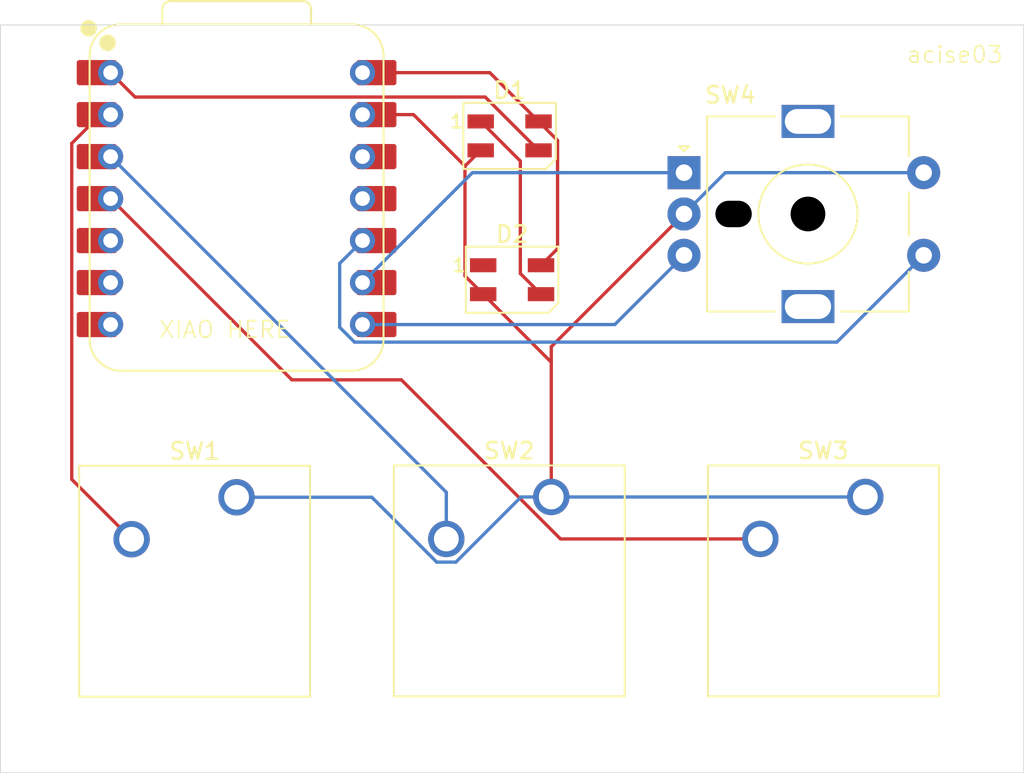
<source format=kicad_pcb>
(kicad_pcb (version 20241229) (generator "pcbnew") (generator_version "9.0")
  (layers (0 "F.Cu" signal) (2 "B.Cu" signal) (13 "F.Paste" user) (15 "B.Paste" user) (5 "F.SilkS" user "F.Silkscreen") (7 "B.SilkS" user "B.Silkscreen") (1 "F.Mask" user) (3 "B.Mask" user) (25 "Edge.Cuts" user))
  (net 0 "")
  (net 1 "+5V")
  (net 2 "Net-(D1-DOUT)")
  (net 3 "Net-(D1-DIN)")
  (net 6 "GND")
  (net 7 "Net-(U1-GPIO1{slash}RX)")
  (net 8 "Net-(U1-GPIO2{slash}SCK)")
  (net 9 "Net-(U1-GPIO4{slash}MISO)")
  (net 10 "Net-(U1-GPIO27{slash}ADC1{slash}A1)")
  (net 11 "Net-(U1-GPIO28{slash}ADC2{slash}A2)")
  (net 12 "Net-(U1-GPIO29{slash}ADC3{slash}A3)")
  (footprint "LED_SMD:LED_SK6812MINI_PLCC4_3.5x3.5mm_P1.75mm" (layer "F.Cu") (at 76.05 49.575)
    (property "Reference" "D1" (at 0 -2.75 0) (layer "F.SilkS"))
    (property "Value" "SK6812MINI")
    (fp_line (start -2.8 -2) (end -2.8 2) (stroke (width 0.12)) (layer "F.SilkS"))
    (fp_line (start -2.8 -2) (end 2.8 -2) (stroke (width 0.12)) (layer "F.SilkS"))
    (fp_line (start -2.8 2) (end 2.2 2) (stroke (width 0.12)) (layer "F.SilkS"))
    (fp_line (start 2.8 1.4) (end 2.2 2) (stroke (width 0.12)) (layer "F.SilkS"))
    (fp_line (start 2.8 1.4) (end 2.8 -2) (stroke (width 0.12)) (layer "F.SilkS"))
    (fp_text user "1" (at -3.2 -0.875 0) (layer "F.SilkS") (effects (font (size 0.8 0.8))))
    (pad "1" smd rect (at -1.75 -0.875) (size 1.6 0.85) (layers "F.Cu" "F.Mask" "F.Paste") (net 2 "Net-(D1-DOUT)"))
    (pad "2" smd rect (at -1.75 0.875) (size 1.6 0.85) (layers "F.Cu" "F.Mask" "F.Paste") (net 6 "GND"))
    (pad "3" smd rect (at 1.75 0.875) (size 1.6 0.85) (layers "F.Cu" "F.Mask" "F.Paste") (net 3 "Net-(D1-DIN)"))
    (pad "4" smd rect (at 1.75 -0.875) (size 1.6 0.85) (layers "F.Cu" "F.Mask" "F.Paste") (net 1 "+5V"))
  )
  (footprint "OPL:XIAO-RP2040-DIP" (layer "F.Cu") (at 59.53125 53.3685)
    (property "Reference" "U1" (hide yes))
    (property "Value" "XIAO-RP2040-DIP")
    (fp_line (start -8.89 8.509) (end -8.89 -8.636) (stroke (width 0.127)) (layer "F.SilkS"))
    (fp_line (start -6.985 10.414) (end 6.985 10.414) (stroke (width 0.127)) (layer "F.SilkS"))
    (fp_line (start -4.495 -10.541) (end -4.491272 -11.451272) (stroke (width 0.127)) (layer "F.SilkS"))
    (fp_line (start -3.991272 -11.951) (end 4.004 -11.951) (stroke (width 0.127)) (layer "F.SilkS"))
    (fp_line (start 4.504 -11.451) (end 4.504 -10.541) (stroke (width 0.127)) (layer "F.SilkS"))
    (fp_line (start 6.985 -10.541) (end -6.985 -10.541) (stroke (width 0.1)) (layer "F.SilkS"))
    (fp_line (start 6.985 -10.541) (end -6.985 -10.541) (stroke (width 0.127)) (layer "F.SilkS"))
    (fp_line (start 8.89 8.509) (end 8.89 -8.636) (stroke (width 0.127)) (layer "F.SilkS"))
    (fp_arc (start -8.89 -8.636) (mid -8.332038 -9.983038) (end -6.985 -10.541) (stroke (width 0.127)) (layer "F.SilkS"))
    (fp_arc (start -6.985 10.414) (mid -8.332038 9.856038) (end -8.89 8.509) (stroke (width 0.127)) (layer "F.SilkS"))
    (fp_arc (start -4.491272 -11.451272) (mid -4.344728 -11.80464) (end -3.991272 -11.951) (stroke (width 0.127)) (layer "F.SilkS"))
    (fp_arc (start 4.004 -11.951) (mid 4.357553 -11.804553) (end 4.504 -11.451) (stroke (width 0.127)) (layer "F.SilkS"))
    (fp_arc (start 6.985 -10.541) (mid 8.332038 -9.983038) (end 8.89 -8.636) (stroke (width 0.127)) (layer "F.SilkS"))
    (fp_arc (start 8.89 8.509) (mid 8.332038 9.856038) (end 6.985 10.414) (stroke (width 0.127)) (layer "F.SilkS"))
    (fp_circle (center -8.95 -10.3) (end -8.95 -10.554) (stroke (width 0.5)) (fill yes) (layer "F.SilkS"))
    (fp_circle (center -7.807 -9.42) (end -7.807 -9.674) (stroke (width 0.5)) (fill yes) (layer "F.SilkS"))
    (pad "1" smd roundrect (at -8.455 -7.62 180) (size 2.432 1.524) (layers "F.Cu" "F.Mask") (roundrect_rratio 0.1) (net 3 "Net-(D1-DIN)"))
    (pad "1" thru_hole circle (at -7.62 -7.62 180) (size 1.524 1.524) (drill 0.889) (layers "*.Cu" "*.Mask") (net 3 "Net-(D1-DIN)"))
    (pad "2" smd roundrect (at -8.455 -5.08 180) (size 2.432 1.524) (layers "F.Cu" "F.Mask") (roundrect_rratio 0.1) (net 10 "Net-(U1-GPIO27{slash}ADC1{slash}A1)"))
    (pad "2" thru_hole circle (at -7.62 -5.08 180) (size 1.524 1.524) (drill 0.889) (layers "*.Cu" "*.Mask") (net 10 "Net-(U1-GPIO27{slash}ADC1{slash}A1)"))
    (pad "3" smd roundrect (at -8.455 -2.54 180) (size 2.432 1.524) (layers "F.Cu" "F.Mask") (roundrect_rratio 0.1) (net 11 "Net-(U1-GPIO28{slash}ADC2{slash}A2)"))
    (pad "3" thru_hole circle (at -7.62 -2.54 180) (size 1.524 1.524) (drill 0.889) (layers "*.Cu" "*.Mask") (net 11 "Net-(U1-GPIO28{slash}ADC2{slash}A2)"))
    (pad "4" smd roundrect (at -8.455 0 180) (size 2.432 1.524) (layers "F.Cu" "F.Mask") (roundrect_rratio 0.1) (net 12 "Net-(U1-GPIO29{slash}ADC3{slash}A3)"))
    (pad "4" thru_hole circle (at -7.62 0 180) (size 1.524 1.524) (drill 0.889) (layers "*.Cu" "*.Mask") (net 12 "Net-(U1-GPIO29{slash}ADC3{slash}A3)"))
    (pad "5" smd roundrect (at -8.455 2.54 180) (size 2.432 1.524) (layers "F.Cu" "F.Mask") (roundrect_rratio 0.1))
    (pad "5" thru_hole circle (at -7.62 2.54 180) (size 1.524 1.524) (drill 0.889) (layers "*.Cu" "*.Mask"))
    (pad "6" smd roundrect (at -8.455 5.08 180) (size 2.432 1.524) (layers "F.Cu" "F.Mask") (roundrect_rratio 0.1))
    (pad "6" thru_hole circle (at -7.62 5.08 180) (size 1.524 1.524) (drill 0.889) (layers "*.Cu" "*.Mask"))
    (pad "7" smd roundrect (at -8.455 7.62 180) (size 2.432 1.524) (layers "F.Cu" "F.Mask") (roundrect_rratio 0.1))
    (pad "7" thru_hole circle (at -7.62 7.62 180) (size 1.524 1.524) (drill 0.889) (layers "*.Cu" "*.Mask"))
    (pad "8" thru_hole circle (at 7.62 7.62) (size 1.524 1.524) (drill 0.889) (layers "*.Cu" "*.Mask") (net 7 "Net-(U1-GPIO1{slash}RX)"))
    (pad "8" smd roundrect (at 8.455 7.62) (size 2.432 1.524) (layers "F.Cu" "F.Mask") (roundrect_rratio 0.1) (net 7 "Net-(U1-GPIO1{slash}RX)"))
    (pad "9" thru_hole circle (at 7.62 5.08) (size 1.524 1.524) (drill 0.889) (layers "*.Cu" "*.Mask") (net 8 "Net-(U1-GPIO2{slash}SCK)"))
    (pad "9" smd roundrect (at 8.455 5.08) (size 2.432 1.524) (layers "F.Cu" "F.Mask") (roundrect_rratio 0.1) (net 8 "Net-(U1-GPIO2{slash}SCK)"))
    (pad "10" thru_hole circle (at 7.62 2.54) (size 1.524 1.524) (drill 0.889) (layers "*.Cu" "*.Mask") (net 9 "Net-(U1-GPIO4{slash}MISO)"))
    (pad "10" smd roundrect (at 8.455 2.54) (size 2.432 1.524) (layers "F.Cu" "F.Mask") (roundrect_rratio 0.1) (net 9 "Net-(U1-GPIO4{slash}MISO)"))
    (pad "11" thru_hole circle (at 7.62 0) (size 1.524 1.524) (drill 0.889) (layers "*.Cu" "*.Mask"))
    (pad "11" smd roundrect (at 8.455 0) (size 2.432 1.524) (layers "F.Cu" "F.Mask") (roundrect_rratio 0.1))
    (pad "12" thru_hole circle (at 7.62 -2.54) (size 1.524 1.524) (drill 0.889) (layers "*.Cu" "*.Mask"))
    (pad "12" smd roundrect (at 8.455 -2.54) (size 2.432 1.524) (layers "F.Cu" "F.Mask") (roundrect_rratio 0.1))
    (pad "13" thru_hole circle (at 7.62 -5.08) (size 1.524 1.524) (drill 0.889) (layers "*.Cu" "*.Mask") (net 6 "GND"))
    (pad "13" smd roundrect (at 8.455 -5.08) (size 2.432 1.524) (layers "F.Cu" "F.Mask") (roundrect_rratio 0.1) (net 6 "GND"))
    (pad "14" thru_hole circle (at 7.62 -7.62) (size 1.524 1.524) (drill 0.889) (layers "*.Cu" "*.Mask") (net 1 "+5V"))
    (pad "14" smd roundrect (at 8.455 -7.62) (size 2.432 1.524) (layers "F.Cu" "F.Mask") (roundrect_rratio 0.1) (net 1 "+5V"))
  )
  (footprint "LED_SMD:LED_SK6812MINI_PLCC4_3.5x3.5mm_P1.75mm" (layer "F.Cu") (at 76.2 58.275)
    (property "Reference" "D2" (at 0 -2.75 0) (layer "F.SilkS"))
    (property "Value" "SK6812MINI")
    (fp_line (start -2.8 -2) (end -2.8 2) (stroke (width 0.12)) (layer "F.SilkS"))
    (fp_line (start -2.8 -2) (end 2.8 -2) (stroke (width 0.12)) (layer "F.SilkS"))
    (fp_line (start -2.8 2) (end 2.2 2) (stroke (width 0.12)) (layer "F.SilkS"))
    (fp_line (start 2.8 1.4) (end 2.2 2) (stroke (width 0.12)) (layer "F.SilkS"))
    (fp_line (start 2.8 1.4) (end 2.8 -2) (stroke (width 0.12)) (layer "F.SilkS"))
    (fp_text user "1" (at -3.2 -0.875 0) (layer "F.SilkS") (effects (font (size 0.8 0.8))))
    (pad "1" smd rect (at -1.75 -0.875) (size 1.6 0.85) (layers "F.Cu" "F.Mask" "F.Paste"))
    (pad "2" smd rect (at -1.75 0.875) (size 1.6 0.85) (layers "F.Cu" "F.Mask" "F.Paste") (net 6 "GND"))
    (pad "3" smd rect (at 1.75 0.875) (size 1.6 0.85) (layers "F.Cu" "F.Mask" "F.Paste") (net 2 "Net-(D1-DOUT)"))
    (pad "4" smd rect (at 1.75 -0.875) (size 1.6 0.85) (layers "F.Cu" "F.Mask" "F.Paste") (net 1 "+5V"))
  )
  (footprint "Button_Switch_Keyboard:SW_Cherry_MX_1.00u_PCB" (layer "F.Cu") (at 78.57 71.42)
    (property "Reference" "SW2" (at -2.54 -2.794 0) (layer "F.SilkS"))
    (property "Value" "SW_Push")
    (fp_line (start -9.525 -1.905) (end 4.445 -1.905) (stroke (width 0.12)) (layer "F.SilkS"))
    (fp_line (start -9.525 12.065) (end -9.525 -1.905) (stroke (width 0.12)) (layer "F.SilkS"))
    (fp_line (start 4.445 -1.905) (end 4.445 12.065) (stroke (width 0.12)) (layer "F.SilkS"))
    (fp_line (start 4.445 12.065) (end -9.525 12.065) (stroke (width 0.12)) (layer "F.SilkS"))
    (pad "" np_thru_hole circle (at -7.62 5.08) (size 1.7 1.7) (drill 1.7) (layers "*.Cu" "*.Mask"))
    (pad "" np_thru_hole circle (at -2.54 5.08) (size 4 4) (drill 4) (layers "*.Cu" "*.Mask"))
    (pad "" np_thru_hole circle (at 2.54 5.08) (size 1.7 1.7) (drill 1.7) (layers "*.Cu" "*.Mask"))
    (pad "1" thru_hole circle (at 0 0) (size 2.2 2.2) (drill 1.5) (layers "*.Cu" "*.Mask") (net 6 "GND"))
    (pad "2" thru_hole circle (at -6.35 2.54) (size 2.2 2.2) (drill 1.5) (layers "*.Cu" "*.Mask") (net 11 "Net-(U1-GPIO28{slash}ADC2{slash}A2)"))
  )
  (footprint "Button_Switch_Keyboard:SW_Cherry_MX_1.00u_PCB" (layer "F.Cu") (at 97.57 71.42)
    (property "Reference" "SW3" (at -2.54 -2.794 0) (layer "F.SilkS"))
    (property "Value" "SW_Push")
    (fp_line (start -9.525 -1.905) (end 4.445 -1.905) (stroke (width 0.12)) (layer "F.SilkS"))
    (fp_line (start -9.525 12.065) (end -9.525 -1.905) (stroke (width 0.12)) (layer "F.SilkS"))
    (fp_line (start 4.445 -1.905) (end 4.445 12.065) (stroke (width 0.12)) (layer "F.SilkS"))
    (fp_line (start 4.445 12.065) (end -9.525 12.065) (stroke (width 0.12)) (layer "F.SilkS"))
    (pad "" np_thru_hole circle (at -7.62 5.08) (size 1.7 1.7) (drill 1.7) (layers "*.Cu" "*.Mask"))
    (pad "" np_thru_hole circle (at -2.54 5.08) (size 4 4) (drill 4) (layers "*.Cu" "*.Mask"))
    (pad "" np_thru_hole circle (at 2.54 5.08) (size 1.7 1.7) (drill 1.7) (layers "*.Cu" "*.Mask"))
    (pad "1" thru_hole circle (at 0 0) (size 2.2 2.2) (drill 1.5) (layers "*.Cu" "*.Mask") (net 6 "GND"))
    (pad "2" thru_hole circle (at -6.35 2.54) (size 2.2 2.2) (drill 1.5) (layers "*.Cu" "*.Mask") (net 12 "Net-(U1-GPIO29{slash}ADC3{slash}A3)"))
  )
  (footprint "Rotary_Encoder:RotaryEncoder_Alps_EC11E-Switch_Vertical_H20mm_MountingHoles" (layer "F.Cu") (at 86.6 51.8)
    (property "Reference" "SW4" (at 2.8 -4.7 0) (layer "F.SilkS"))
    (property "Value" "RotaryEncoder_Switch")
    (fp_line (start -0.3 -1.6) (end 0.3 -1.6) (stroke (width 0.12)) (layer "F.SilkS"))
    (fp_line (start 0 -1.3) (end -0.3 -1.6) (stroke (width 0.12)) (layer "F.SilkS"))
    (fp_line (start 0.3 -1.6) (end 0 -1.3) (stroke (width 0.12)) (layer "F.SilkS"))
    (fp_line (start 1.4 -3.4) (end 1.4 8.4) (stroke (width 0.12)) (layer "F.SilkS"))
    (fp_line (start 5.5 -3.4) (end 1.4 -3.4) (stroke (width 0.12)) (layer "F.SilkS"))
    (fp_line (start 5.5 8.4) (end 1.4 8.4) (stroke (width 0.12)) (layer "F.SilkS"))
    (fp_line (start 9.5 -3.4) (end 13.6 -3.4) (stroke (width 0.12)) (layer "F.SilkS"))
    (fp_line (start 13.6 -3.4) (end 13.6 -1) (stroke (width 0.12)) (layer "F.SilkS"))
    (fp_line (start 13.6 1.2) (end 13.6 3.8) (stroke (width 0.12)) (layer "F.SilkS"))
    (fp_line (start 13.6 6) (end 13.6 8.4) (stroke (width 0.12)) (layer "F.SilkS"))
    (fp_line (start 13.6 8.4) (end 9.5 8.4) (stroke (width 0.12)) (layer "F.SilkS"))
    (fp_circle (center 7.5 2.5) (end 10.5 2.5) (stroke (width 0.12)) (fill no) (layer "F.SilkS"))
    (pad "" np_thru_hole oval (at 3 2.5) (size 2.2 1.6) (drill oval 2.2 1.6) (layers "*.Mask"))
    (pad "" np_thru_hole circle (at 7.5 2.5) (size 2.1 2.1) (drill 2.1) (layers "*.Mask"))
    (pad "A" thru_hole rect (at 0 0) (size 2 2) (drill 1) (layers "*.Cu" "*.Mask") (net 8 "Net-(U1-GPIO2{slash}SCK)"))
    (pad "B" thru_hole circle (at 0 5) (size 2 2) (drill 1) (layers "*.Cu" "*.Mask") (net 7 "Net-(U1-GPIO1{slash}RX)"))
    (pad "C" thru_hole circle (at 0 2.5) (size 2 2) (drill 1) (layers "*.Cu" "*.Mask") (net 6 "GND"))
    (pad "MP" thru_hole rect (at 7.5 -3.1) (size 3.2 2) (drill oval 2.8 1.5) (layers "*.Cu" "*.Mask"))
    (pad "MP" thru_hole rect (at 7.5 8.1) (size 3.2 2) (drill oval 2.8 1.5) (layers "*.Cu" "*.Mask"))
    (pad "S1" thru_hole circle (at 14.5 5) (size 2 2) (drill 1) (layers "*.Cu" "*.Mask") (net 9 "Net-(U1-GPIO4{slash}MISO)"))
    (pad "S2" thru_hole circle (at 14.5 0) (size 2 2) (drill 1) (layers "*.Cu" "*.Mask") (net 6 "GND"))
  )
  (footprint "Button_Switch_Keyboard:SW_Cherry_MX_1.00u_PCB" (layer "F.Cu") (at 59.53125 71.4375)
    (property "Reference" "SW1" (at -2.54 -2.794 0) (layer "F.SilkS"))
    (property "Value" "SW_Push")
    (fp_line (start -9.525 -1.905) (end 4.445 -1.905) (stroke (width 0.12)) (layer "F.SilkS"))
    (fp_line (start -9.525 12.065) (end -9.525 -1.905) (stroke (width 0.12)) (layer "F.SilkS"))
    (fp_line (start 4.445 -1.905) (end 4.445 12.065) (stroke (width 0.12)) (layer "F.SilkS"))
    (fp_line (start 4.445 12.065) (end -9.525 12.065) (stroke (width 0.12)) (layer "F.SilkS"))
    (pad "" np_thru_hole circle (at -7.62 5.08) (size 1.7 1.7) (drill 1.7) (layers "*.Cu" "*.Mask"))
    (pad "" np_thru_hole circle (at -2.54 5.08) (size 4 4) (drill 4) (layers "*.Cu" "*.Mask"))
    (pad "" np_thru_hole circle (at 2.54 5.08) (size 1.7 1.7) (drill 1.7) (layers "*.Cu" "*.Mask"))
    (pad "1" thru_hole circle (at 0 0) (size 2.2 2.2) (drill 1.5) (layers "*.Cu" "*.Mask") (net 6 "GND"))
    (pad "2" thru_hole circle (at -6.35 2.54) (size 2.2 2.2) (drill 1.5) (layers "*.Cu" "*.Mask") (net 10 "Net-(U1-GPIO27{slash}ADC1{slash}A1)"))
  )
  (gr_rect (start 45.24375 42.8625) (end 107.15625 88.10625) (stroke (width 0.05)) (fill no) (layer "Edge.Cuts"))
  (gr_text "XIAO HERE" (at 54.76875 61.8775 0) (layer "F.SilkS") (effects (font (size 1 1) (thickness 0.1)) (justify left bottom)))
  (gr_text "acise03" (at 100.0125 45.24375 0) (layer "F.SilkS") (effects (font (size 1 1) (thickness 0.1)) (justify left bottom)))
  (segment (start 74.8485 45.7485) (end 67.15125 45.7485) (width 0.2) (layer "F.Cu") (net 1))
  (segment (start 78.95 56.4) (end 78.95 49.85) (width 0.2) (layer "F.Cu") (net 1))
  (segment (start 78.95 49.85) (end 77.8 48.7) (width 0.2) (layer "F.Cu") (net 1))
  (segment (start 77.95 57.4) (end 78.95 56.4) (width 0.2) (layer "F.Cu") (net 1))
  (segment (start 77.8 48.7) (end 74.8485 45.7485) (width 0.2) (layer "F.Cu") (net 1))
  (segment (start 76.699 57.899) (end 76.699 51.099) (width 0.2) (layer "F.Cu") (net 2))
  (segment (start 76.699 51.099) (end 74.3 48.7) (width 0.2) (layer "F.Cu") (net 2))
  (segment (start 77.95 59.15) (end 76.699 57.899) (width 0.2) (layer "F.Cu") (net 2))
  (segment (start 53.38825 47.2255) (end 51.91125 45.7485) (width 0.2) (layer "F.Cu") (net 3))
  (segment (start 74.5755 47.2255) (end 53.38825 47.2255) (width 0.2) (layer "F.Cu") (net 3))
  (segment (start 77.8 50.45) (end 74.5755 47.2255) (width 0.2) (layer "F.Cu") (net 3))
  (segment (start 73.349 51.401) (end 74.3 50.45) (width 0.2) (layer "F.Cu") (net 6))
  (segment (start 78.57 63.27) (end 78.57 62.33) (width 0.2) (layer "F.Cu") (net 6))
  (segment (start 78.57 63.27) (end 74.45 59.15) (width 0.2) (layer "F.Cu") (net 6))
  (segment (start 73.349 51.401) (end 70.2365 48.2885) (width 0.2) (layer "F.Cu") (net 6))
  (segment (start 78.57 62.33) (end 86.6 54.3) (width 0.2) (layer "F.Cu") (net 6))
  (segment (start 70.2365 48.2885) (end 67.15125 48.2885) (width 0.2) (layer "F.Cu") (net 6))
  (segment (start 78.57 71.42) (end 78.57 63.27) (width 0.2) (layer "F.Cu") (net 6))
  (segment (start 74.45 59.15) (end 73.349 58.049) (width 0.2) (layer "F.Cu") (net 6))
  (segment (start 73.349 58.049) (end 73.349 51.401) (width 0.2) (layer "F.Cu") (net 6))
  (segment (start 97.57 71.42) (end 76.741314 71.42) (width 0.2) (layer "B.Cu") (net 6))
  (segment (start 72.800314 75.361) (end 71.639686 75.361) (width 0.2) (layer "B.Cu") (net 6))
  (segment (start 76.741314 71.42) (end 72.800314 75.361) (width 0.2) (layer "B.Cu") (net 6))
  (segment (start 101.1 51.8) (end 89.1 51.8) (width 0.2) (layer "B.Cu") (net 6))
  (segment (start 67.716186 71.4375) (end 59.53125 71.4375) (width 0.2) (layer "B.Cu") (net 6))
  (segment (start 59.54875 71.42) (end 59.53125 71.4375) (width 0.2) (layer "B.Cu") (net 6))
  (segment (start 89.1 51.8) (end 86.6 54.3) (width 0.2) (layer "B.Cu") (net 6))
  (segment (start 71.639686 75.361) (end 67.716186 71.4375) (width 0.2) (layer "B.Cu") (net 6))
  (segment (start 82.4115 60.9885) (end 67.15125 60.9885) (width 0.2) (layer "B.Cu") (net 7))
  (segment (start 86.6 56.8) (end 82.4115 60.9885) (width 0.2) (layer "B.Cu") (net 7))
  (segment (start 68.22888 58.4485) (end 67.15125 58.4485) (width 0.2) (layer "F.Cu") (net 8))
  (segment (start 86.6 51.8) (end 73.79975 51.8) (width 0.2) (layer "B.Cu") (net 8))
  (segment (start 73.79975 51.8) (end 67.15125 58.4485) (width 0.2) (layer "B.Cu") (net 8))
  (segment (start 67.15125 55.9085) (end 68.22888 55.9085) (width 0.2) (layer "F.Cu") (net 9))
  (segment (start 65.76925 57.2905) (end 67.15125 55.9085) (width 0.2) (layer "B.Cu") (net 9))
  (segment (start 66.66615 62.0515) (end 65.76925 61.1546) (width 0.2) (layer "B.Cu") (net 9))
  (segment (start 95.8485 62.0515) (end 66.66615 62.0515) (width 0.2) (layer "B.Cu") (net 9))
  (segment (start 101.1 56.8) (end 95.8485 62.0515) (width 0.2) (layer "B.Cu") (net 9))
  (segment (start 65.76925 61.1546) (end 65.76925 57.2905) (width 0.2) (layer "B.Cu") (net 9))
  (segment (start 49.55925 50.026874) (end 51.297624 48.2885) (width 0.2) (layer "F.Cu") (net 10))
  (segment (start 51.297624 48.2885) (end 51.91125 48.2885) (width 0.2) (layer "F.Cu") (net 10))
  (segment (start 53.18125 73.9775) (end 49.55925 70.3555) (width 0.2) (layer "F.Cu") (net 10))
  (segment (start 49.55925 70.3555) (end 49.55925 50.026874) (width 0.2) (layer "F.Cu") (net 10))
  (segment (start 72.22 73.96) (end 72.22 71.13725) (width 0.2) (layer "B.Cu") (net 11))
  (segment (start 72.22 71.13725) (end 51.91125 50.8285) (width 0.2) (layer "B.Cu") (net 11))
  (segment (start 79.128686 73.96) (end 69.50325 64.334564) (width 0.2) (layer "F.Cu") (net 12))
  (segment (start 91.22 73.96) (end 79.128686 73.96) (width 0.2) (layer "F.Cu") (net 12))
  (segment (start 69.50325 64.334564) (end 62.877314 64.334564) (width 0.2) (layer "F.Cu") (net 12))
  (segment (start 62.877314 64.334564) (end 51.91125 53.3685) (width 0.2) (layer "F.Cu") (net 12))
)
</source>
